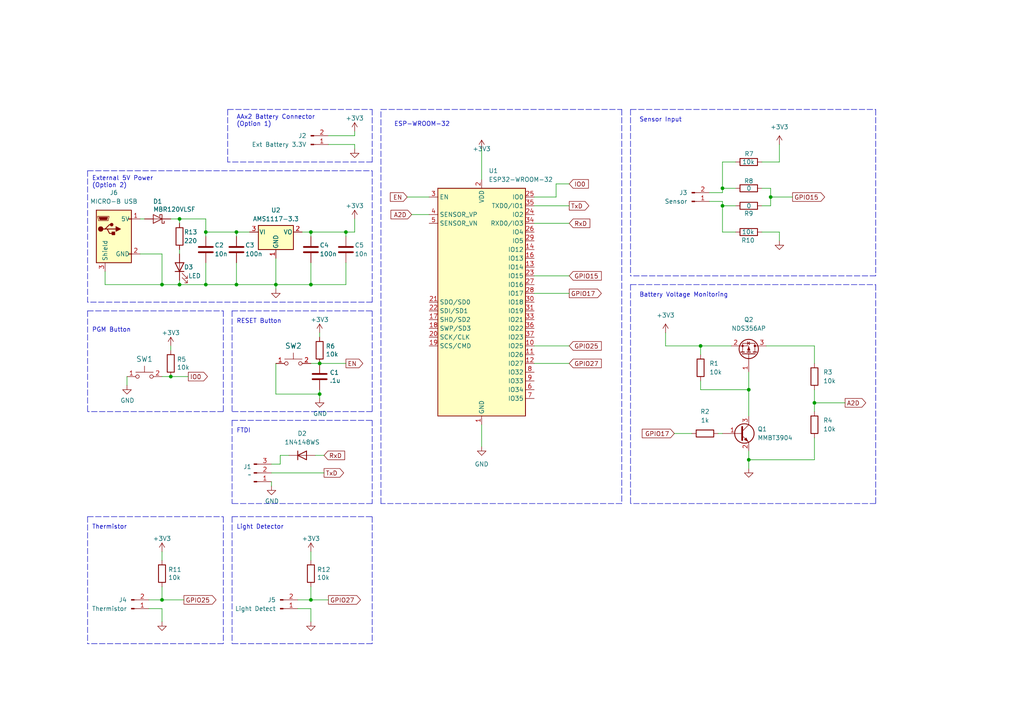
<source format=kicad_sch>
(kicad_sch (version 20211123) (generator eeschema)
  (paper "A4")
  (lib_symbols
    (symbol "Connector:Conn_01x02_Male" (pin_names (offset 1.016) hide)
      (property "Reference" "J" (at 0 2.54 0))
      (property "Value" "Conn_01x02_Male" (at 0 -5.08 0))
      (symbol "Conn_01x02_Male_1_1"
        (polyline (pts (xy 1.27 -2.54) (xy 0.8636 -2.54)) (stroke (width 0.1524)))
        (polyline (pts (xy 1.27 0) (xy 0.8636 0)) (stroke (width 0.1524)))
        (rectangle (start 0.8636 -2.413) (end 0 -2.667) (stroke (width 0.1524)) (fill (type outline)))
        (rectangle (start 0.8636 0.127) (end 0 -0.127) (stroke (width 0.1524)) (fill (type outline)))
        (pin passive line (at 5.08 0 180) (length 3.81) (name "Pin_1") (number "1"))
        (pin passive line (at 5.08 -2.54 180) (length 3.81) (name "Pin_2") (number "2"))
      )
    )
    (symbol "Connector:Conn_01x03_Male" (pin_names (offset 1.016) hide)
      (property "Reference" "J" (at 0 5.08 0))
      (property "Value" "Conn_01x03_Male" (at 0 -5.08 0))
      (symbol "Conn_01x03_Male_1_1"
        (polyline (pts (xy 1.27 -2.54) (xy 0.8636 -2.54)) (stroke (width 0.1524)))
        (polyline (pts (xy 1.27 0) (xy 0.8636 0)) (stroke (width 0.1524)))
        (polyline (pts (xy 1.27 2.54) (xy 0.8636 2.54)) (stroke (width 0.1524)))
        (rectangle (start 0.8636 -2.413) (end 0 -2.667) (stroke (width 0.1524)) (fill (type outline)))
        (rectangle (start 0.8636 0.127) (end 0 -0.127) (stroke (width 0.1524)) (fill (type outline)))
        (rectangle (start 0.8636 2.667) (end 0 2.413) (stroke (width 0.1524)) (fill (type outline)))
        (pin passive line (at 5.08 2.54 180) (length 3.81) (name "Pin_1") (number "1"))
        (pin passive line (at 5.08 0 180) (length 3.81) (name "Pin_2") (number "2"))
        (pin passive line (at 5.08 -2.54 180) (length 3.81) (name "Pin_3") (number "3"))
      )
    )
    (symbol "Device:C" (pin_numbers hide) (pin_names (offset 0.254))
      (property "Reference" "C" (at 0.635 2.54 0))
      (property "Value" "C" (at 0.635 -2.54 0))
      (symbol "C_0_1"
        (polyline (pts (xy -2.032 -0.762) (xy 2.032 -0.762)) (stroke (width 0.508)))
        (polyline (pts (xy -2.032 0.762) (xy 2.032 0.762)) (stroke (width 0.508)))
      )
      (symbol "C_1_1"
        (pin passive line (at 0 3.81 270) (length 2.794) (name "~") (number "1"))
        (pin passive line (at 0 -3.81 90) (length 2.794) (name "~") (number "2"))
      )
    )
    (symbol "Device:LED" (pin_numbers hide) (pin_names (offset 1.016) hide)
      (property "Reference" "D" (at 0 2.54 0))
      (property "Value" "LED" (at 0 -2.54 0))
      (symbol "LED_0_1"
        (polyline (pts (xy -1.27 -1.27) (xy -1.27 1.27)) (stroke (width 0.254)))
        (polyline (pts (xy -1.27 0) (xy 1.27 0)))
        (polyline (pts (xy 1.27 -1.27) (xy 1.27 1.27) (xy -1.27 0) (xy 1.27 -1.27)) (stroke (width 0.254)))
        (polyline (pts (xy -3.048 -0.762) (xy -4.572 -2.286) (xy -3.81 -2.286) (xy -4.572 -2.286) (xy -4.572 -1.524)))
        (polyline (pts (xy -1.778 -0.762) (xy -3.302 -2.286) (xy -2.54 -2.286) (xy -3.302 -2.286) (xy -3.302 -1.524)))
      )
      (symbol "LED_1_1"
        (pin passive line (at -3.81 0 0) (length 2.54) (name "K") (number "1"))
        (pin passive line (at 3.81 0 180) (length 2.54) (name "A") (number "2"))
      )
    )
    (symbol "Device:R" (pin_numbers hide) (pin_names (offset 0))
      (property "Reference" "R" (at 2.032 0 90))
      (property "Value" "R" (at 0 0 90))
      (symbol "R_0_1"
        (rectangle (start -1.016 -2.54) (end 1.016 2.54) (stroke (width 0.254)))
      )
      (symbol "R_1_1"
        (pin passive line (at 0 3.81 270) (length 1.27) (name "~") (number "1"))
        (pin passive line (at 0 -3.81 90) (length 1.27) (name "~") (number "2"))
      )
    )
    (symbol "Diode:1N4148WS" (pin_numbers hide) (pin_names (offset 1.016) hide)
      (property "Reference" "D" (at 0 2.54 0))
      (property "Value" "1N4148WS" (at 0 -2.54 0))
      (symbol "1N4148WS_0_1"
        (polyline (pts (xy -1.27 1.27) (xy -1.27 -1.27)) (stroke (width 0.254)))
        (polyline (pts (xy 1.27 0) (xy -1.27 0)))
        (polyline (pts (xy 1.27 1.27) (xy 1.27 -1.27) (xy -1.27 0) (xy 1.27 1.27)) (stroke (width 0.254)))
      )
      (symbol "1N4148WS_1_1"
        (pin passive line (at -3.81 0 0) (length 2.54) (name "K") (number "1"))
        (pin passive line (at 3.81 0 180) (length 2.54) (name "A") (number "2"))
      )
    )
    (symbol "Diode:MBR1020VL" (pin_numbers hide) (pin_names hide)
      (property "Reference" "D" (at 0 2.54 0))
      (property "Value" "MBR1020VL" (at 0 -2.54 0))
      (symbol "MBR1020VL_0_1"
        (polyline (pts (xy 1.27 0) (xy -1.27 0)))
        (polyline (pts (xy 1.27 1.27) (xy 1.27 -1.27) (xy -1.27 0) (xy 1.27 1.27)) (stroke (width 0.2032)))
        (polyline (pts (xy -1.905 0.635) (xy -1.905 1.27) (xy -1.27 1.27) (xy -1.27 -1.27) (xy -0.635 -1.27) (xy -0.635 -0.635)) (stroke (width 0.2032)))
      )
      (symbol "MBR1020VL_1_1"
        (pin passive line (at -3.81 0 0) (length 2.54) (name "K") (number "1"))
        (pin passive line (at 3.81 0 180) (length 2.54) (name "A") (number "2"))
      )
    )
    (symbol "ESP32 Sensing:MICRO-B_USB_POWER"
      (property "Reference" "J" (at 0 11.43 0))
      (property "Value" "MICRO-B_USB_POWER" (at 1.27 -10.16 0))
      (symbol "MICRO-B_USB_POWER_0_1"
        (rectangle (start -5.08 -6.35) (end 5.08 8.89) (stroke (width 0.254)) (fill (type background)))
        (circle (center -3.81 3.429) (radius 0.635) (stroke (width 0.254)) (fill (type outline)))
        (circle (center -0.635 4.699) (radius 0.381) (stroke (width 0.254)) (fill (type outline)))
        (polyline (pts (xy -1.905 3.429) (xy 0.635 3.429)) (stroke (width 0.254)))
        (polyline (pts (xy -3.175 3.429) (xy -2.54 3.429) (xy -1.27 4.699) (xy -0.635 4.699)) (stroke (width 0.254)))
        (polyline (pts (xy -2.54 3.429) (xy -1.905 3.429) (xy -1.27 2.159) (xy 0 2.159)) (stroke (width 0.254)))
        (polyline (pts (xy 0.635 4.064) (xy 0.635 2.794) (xy 1.905 3.429) (xy 0.635 4.064)) (stroke (width 0.254)) (fill (type outline)))
        (polyline (pts (xy -4.318 6.858) (xy -1.778 6.858) (xy -2.032 6.096) (xy -4.064 6.096) (xy -4.318 6.858)) (fill (type outline)))
        (polyline (pts (xy -4.699 7.112) (xy -4.699 6.858) (xy -4.445 6.096) (xy -4.445 5.842) (xy -1.651 5.842) (xy -1.651 6.096) (xy -1.397 6.858) (xy -1.397 7.112) (xy -4.699 7.112)))
        (rectangle (start 0.254 2.54) (end -0.508 1.778) (stroke (width 0.254)) (fill (type outline)))
        (rectangle (start 5.08 -3.937) (end 4.318 -3.683))
        (rectangle (start 5.08 6.223) (end 4.318 6.477))
      )
      (symbol "MICRO-B_USB_POWER_1_1"
        (pin power_out line (at 7.62 6.35 180) (length 2.54) (name "5V") (number "1"))
        (pin power_out line (at 7.62 -3.81 180) (length 2.54) (name "GND") (number "2"))
        (pin passive line (at -2.54 -8.89 90) (length 2.54) (name "Shield") (number "3"))
      )
    )
    (symbol "ESP32 Sensing:PTS526_SK15_SMTR2_LFS" (pin_names (offset 0.254))
      (property "Reference" "SW" (at 0 7.62 0))
      (property "Value" "PTS526_SK15_SMTR2_LFS" (at 1.27 5.08 0))
      (symbol "PTS526_SK15_SMTR2_LFS_0_1"
        (circle (center -2.032 0) (radius 0.508))
        (polyline (pts (xy 0 1.27) (xy 0 3.048)))
        (polyline (pts (xy 2.54 1.27) (xy -2.54 1.27)))
        (circle (center 2.032 0) (radius 0.508))
        (pin passive line (at -5.08 0 0) (length 2.54) (name "") (number "1"))
        (pin passive line (at 5.08 0 180) (length 2.54) (name "") (number "2"))
      )
    )
    (symbol "RF_Module:ESP32-WROOM-32"
      (property "Reference" "U" (at -12.7 34.29 0))
      (property "Value" "ESP32-WROOM-32" (at 1.27 34.29 0))
      (symbol "ESP32-WROOM-32_0_1"
        (rectangle (start -12.7 33.02) (end 12.7 -33.02) (stroke (width 0.254)) (fill (type background)))
      )
      (symbol "ESP32-WROOM-32_1_1"
        (pin power_in line (at 0 -35.56 90) (length 2.54) (name "GND") (number "1"))
        (pin bidirectional line (at 15.24 -12.7 180) (length 2.54) (name "IO25") (number "10"))
        (pin bidirectional line (at 15.24 -15.24 180) (length 2.54) (name "IO26") (number "11"))
        (pin bidirectional line (at 15.24 -17.78 180) (length 2.54) (name "IO27") (number "12"))
        (pin bidirectional line (at 15.24 10.16 180) (length 2.54) (name "IO14") (number "13"))
        (pin bidirectional line (at 15.24 15.24 180) (length 2.54) (name "IO12") (number "14"))
        (pin passive line (at 0 -35.56 90) (length 2.54) hide (name "GND") (number "15"))
        (pin bidirectional line (at 15.24 12.7 180) (length 2.54) (name "IO13") (number "16"))
        (pin bidirectional line (at -15.24 -5.08 0) (length 2.54) (name "SHD/SD2") (number "17"))
        (pin bidirectional line (at -15.24 -7.62 0) (length 2.54) (name "SWP/SD3") (number "18"))
        (pin bidirectional line (at -15.24 -12.7 0) (length 2.54) (name "SCS/CMD") (number "19"))
        (pin power_in line (at 0 35.56 270) (length 2.54) (name "VDD") (number "2"))
        (pin bidirectional line (at -15.24 -10.16 0) (length 2.54) (name "SCK/CLK") (number "20"))
        (pin bidirectional line (at -15.24 0 0) (length 2.54) (name "SDO/SD0") (number "21"))
        (pin bidirectional line (at -15.24 -2.54 0) (length 2.54) (name "SDI/SD1") (number "22"))
        (pin bidirectional line (at 15.24 7.62 180) (length 2.54) (name "IO15") (number "23"))
        (pin bidirectional line (at 15.24 25.4 180) (length 2.54) (name "IO2") (number "24"))
        (pin bidirectional line (at 15.24 30.48 180) (length 2.54) (name "IO0") (number "25"))
        (pin bidirectional line (at 15.24 20.32 180) (length 2.54) (name "IO4") (number "26"))
        (pin bidirectional line (at 15.24 5.08 180) (length 2.54) (name "IO16") (number "27"))
        (pin bidirectional line (at 15.24 2.54 180) (length 2.54) (name "IO17") (number "28"))
        (pin bidirectional line (at 15.24 17.78 180) (length 2.54) (name "IO5") (number "29"))
        (pin input line (at -15.24 30.48 0) (length 2.54) (name "EN") (number "3"))
        (pin bidirectional line (at 15.24 0 180) (length 2.54) (name "IO18") (number "30"))
        (pin bidirectional line (at 15.24 -2.54 180) (length 2.54) (name "IO19") (number "31"))
        (pin no_connect line (at -12.7 -27.94 0) (length 2.54) hide (name "NC") (number "32"))
        (pin bidirectional line (at 15.24 -5.08 180) (length 2.54) (name "IO21") (number "33"))
        (pin bidirectional line (at 15.24 22.86 180) (length 2.54) (name "RXD0/IO3") (number "34"))
        (pin bidirectional line (at 15.24 27.94 180) (length 2.54) (name "TXD0/IO1") (number "35"))
        (pin bidirectional line (at 15.24 -7.62 180) (length 2.54) (name "IO22") (number "36"))
        (pin bidirectional line (at 15.24 -10.16 180) (length 2.54) (name "IO23") (number "37"))
        (pin passive line (at 0 -35.56 90) (length 2.54) hide (name "GND") (number "38"))
        (pin passive line (at 0 -35.56 90) (length 2.54) hide (name "GND") (number "39"))
        (pin input line (at -15.24 25.4 0) (length 2.54) (name "SENSOR_VP") (number "4"))
        (pin input line (at -15.24 22.86 0) (length 2.54) (name "SENSOR_VN") (number "5"))
        (pin input line (at 15.24 -25.4 180) (length 2.54) (name "IO34") (number "6"))
        (pin input line (at 15.24 -27.94 180) (length 2.54) (name "IO35") (number "7"))
        (pin bidirectional line (at 15.24 -20.32 180) (length 2.54) (name "IO32") (number "8"))
        (pin bidirectional line (at 15.24 -22.86 180) (length 2.54) (name "IO33") (number "9"))
      )
    )
    (symbol "Regulator_Linear:AMS1117-3.3" (pin_names (offset 0.254))
      (property "Reference" "U" (at -3.81 3.175 0))
      (property "Value" "AMS1117-3.3" (at 0 3.175 0))
      (symbol "AMS1117-3.3_0_1"
        (rectangle (start -5.08 -5.08) (end 5.08 1.905) (stroke (width 0.254)) (fill (type background)))
      )
      (symbol "AMS1117-3.3_1_1"
        (pin power_in line (at 0 -7.62 90) (length 2.54) (name "GND") (number "1"))
        (pin power_out line (at 7.62 0 180) (length 2.54) (name "VO") (number "2"))
        (pin power_in line (at -7.62 0 0) (length 2.54) (name "VI") (number "3"))
      )
    )
    (symbol "Transistor_BJT:MMBT3904" (pin_names (offset 0) hide)
      (property "Reference" "Q" (at 5.08 1.905 0))
      (property "Value" "MMBT3904" (at 5.08 0 0))
      (symbol "MMBT3904_0_1"
        (polyline (pts (xy 0.635 0.635) (xy 2.54 2.54)))
        (polyline (pts (xy 0.635 -0.635) (xy 2.54 -2.54) (xy 2.54 -2.54)))
        (polyline (pts (xy 0.635 1.905) (xy 0.635 -1.905) (xy 0.635 -1.905)) (stroke (width 0.508)))
        (polyline (pts (xy 1.27 -1.778) (xy 1.778 -1.27) (xy 2.286 -2.286) (xy 1.27 -1.778) (xy 1.27 -1.778)) (fill (type outline)))
        (circle (center 1.27 0) (radius 2.8194) (stroke (width 0.254)))
      )
      (symbol "MMBT3904_1_1"
        (pin input line (at -5.08 0 0) (length 5.715) (name "B") (number "1"))
        (pin passive line (at 2.54 -5.08 90) (length 2.54) (name "E") (number "2"))
        (pin passive line (at 2.54 5.08 270) (length 2.54) (name "C") (number "3"))
      )
    )
    (symbol "Transistor_FET:BSS84" (pin_names hide)
      (property "Reference" "Q" (at 5.08 1.905 0))
      (property "Value" "BSS84" (at 5.08 0 0))
      (symbol "BSS84_0_1"
        (polyline (pts (xy 0.254 0) (xy -2.54 0)))
        (polyline (pts (xy 0.254 1.905) (xy 0.254 -1.905)) (stroke (width 0.254)))
        (polyline (pts (xy 0.762 -1.27) (xy 0.762 -2.286)) (stroke (width 0.254)))
        (polyline (pts (xy 0.762 0.508) (xy 0.762 -0.508)) (stroke (width 0.254)))
        (polyline (pts (xy 0.762 2.286) (xy 0.762 1.27)) (stroke (width 0.254)))
        (polyline (pts (xy 2.54 2.54) (xy 2.54 1.778)))
        (polyline (pts (xy 2.54 -2.54) (xy 2.54 0) (xy 0.762 0)))
        (polyline (pts (xy 0.762 1.778) (xy 3.302 1.778) (xy 3.302 -1.778) (xy 0.762 -1.778)))
        (polyline (pts (xy 2.286 0) (xy 1.27 0.381) (xy 1.27 -0.381) (xy 2.286 0)) (fill (type outline)))
        (polyline (pts (xy 2.794 -0.508) (xy 2.921 -0.381) (xy 3.683 -0.381) (xy 3.81 -0.254)))
        (polyline (pts (xy 3.302 -0.381) (xy 2.921 0.254) (xy 3.683 0.254) (xy 3.302 -0.381)))
        (circle (center 1.651 0) (radius 2.794) (stroke (width 0.254)))
        (circle (center 2.54 -1.778) (radius 0.254) (fill (type outline)))
        (circle (center 2.54 1.778) (radius 0.254) (fill (type outline)))
      )
      (symbol "BSS84_1_1"
        (pin input line (at -5.08 0 0) (length 2.54) (name "G") (number "1"))
        (pin passive line (at 2.54 -5.08 90) (length 2.54) (name "S") (number "2"))
        (pin passive line (at 2.54 5.08 270) (length 2.54) (name "D") (number "3"))
      )
    )
    (symbol "power:+3.3V" (power) (pin_names (offset 0))
      (property "Value" "+3.3V" (at 0 3.556 0))
      (symbol "+3.3V_0_1"
        (polyline (pts (xy -0.762 1.27) (xy 0 2.54)))
        (polyline (pts (xy 0 0) (xy 0 2.54)))
        (polyline (pts (xy 0 2.54) (xy 0.762 1.27)))
      )
      (symbol "+3.3V_1_1"
        (pin power_in line (at 0 0 90) (length 0) hide (name "+3V3") (number "1"))
      )
    )
    (symbol "power:GND" (power) (pin_names (offset 0))
      (property "Value" "GND" (at 0 -3.81 0))
      (symbol "GND_0_1"
        (polyline (pts (xy 0 0) (xy 0 -1.27) (xy 1.27 -1.27) (xy 0 -2.54) (xy -1.27 -1.27) (xy 0 -1.27)))
      )
      (symbol "GND_1_1"
        (pin power_in line (at 0 0 270) (length 0) hide (name "GND") (number "1"))
      )
    )
  )
  (junction (at 49.53 109.22))
  (junction (at 92.71 114.3))
  (junction (at 80.01 82.55))
  (junction (at 217.17 133.35))
  (junction (at 100.33 67.31))
  (junction (at 68.58 67.31))
  (junction (at 90.17 67.31))
  (junction (at 92.71 105.41))
  (junction (at 90.17 173.99))
  (junction (at 46.99 82.55))
  (junction (at 52.07 82.55))
  (junction (at 236.22 116.84))
  (junction (at 217.17 113.03))
  (junction (at 68.58 82.55))
  (junction (at 203.2 100.33))
  (junction (at 52.07 63.5))
  (junction (at 46.99 173.99))
  (junction (at 209.55 54.61))
  (junction (at 59.69 67.31))
  (junction (at 90.17 82.55))
  (junction (at 59.69 82.55))
  (junction (at 209.55 59.69))
  (junction (at 223.52 57.15))
  (wire (pts (xy 209.55 58.42) (xy 209.55 59.69)))
  (wire (pts (xy 46.99 173.99) (xy 53.34 173.99)))
  (wire (pts (xy 30.48 82.55) (xy 46.99 82.55)))
  (wire (pts (xy 36.83 109.22) (xy 36.83 111.76)))
  (polyline (pts (xy 182.88 82.55) (xy 254 82.55)))
  (wire (pts (xy 86.36 173.99) (xy 90.17 173.99)))
  (wire (pts (xy 154.94 64.77) (xy 165.1 64.77)))
  (polyline (pts (xy 64.77 149.86) (xy 64.77 186.69)))
  (wire (pts (xy 68.58 76.2) (xy 68.58 82.55)))
  (wire (pts (xy 223.52 54.61) (xy 223.52 57.15)))
  (polyline (pts (xy 254 82.55) (xy 254 146.05)))
  (wire (pts (xy 195.58 125.73) (xy 200.66 125.73)))
  (wire (pts (xy 68.58 67.31) (xy 68.58 68.58)))
  (wire (pts (xy 154.94 85.09) (xy 165.1 85.09)))
  (wire (pts (xy 154.94 80.01) (xy 165.1 80.01)))
  (polyline (pts (xy 25.4 149.86) (xy 64.77 149.86)))
  (wire (pts (xy 95.25 41.91) (xy 102.87 41.91)))
  (wire (pts (xy 49.53 63.5) (xy 52.07 63.5)))
  (wire (pts (xy 90.17 170.18) (xy 90.17 173.99)))
  (polyline (pts (xy 107.95 90.17) (xy 107.95 119.38)))
  (wire (pts (xy 68.58 82.55) (xy 80.01 82.55)))
  (wire (pts (xy 217.17 107.95) (xy 217.17 113.03)))
  (wire (pts (xy 102.87 39.37) (xy 102.87 38.1)))
  (wire (pts (xy 95.25 39.37) (xy 102.87 39.37)))
  (polyline (pts (xy 107.95 49.53) (xy 107.95 87.63)))
  (wire (pts (xy 203.2 100.33) (xy 212.09 100.33)))
  (polyline (pts (xy 182.88 31.75) (xy 254 31.75)))
  (wire (pts (xy 209.55 67.31) (xy 209.55 59.69)))
  (wire (pts (xy 90.17 176.53) (xy 90.17 180.34)))
  (wire (pts (xy 46.99 73.66) (xy 46.99 82.55)))
  (wire (pts (xy 154.94 105.41) (xy 165.1 105.41)))
  (wire (pts (xy 236.22 113.03) (xy 236.22 116.84)))
  (wire (pts (xy 80.01 114.3) (xy 92.71 114.3)))
  (wire (pts (xy 80.01 74.93) (xy 80.01 82.55)))
  (wire (pts (xy 46.99 109.22) (xy 49.53 109.22)))
  (wire (pts (xy 209.55 55.88) (xy 209.55 54.61)))
  (polyline (pts (xy 67.31 121.92) (xy 67.31 146.05)))
  (polyline (pts (xy 107.95 46.99) (xy 66.04 46.99)))
  (wire (pts (xy 139.7 43.18) (xy 139.7 52.07)))
  (wire (pts (xy 52.07 72.39) (xy 52.07 73.66)))
  (wire (pts (xy 161.29 53.34) (xy 165.1 53.34)))
  (wire (pts (xy 59.69 63.5) (xy 59.69 67.31)))
  (wire (pts (xy 46.99 160.02) (xy 46.99 162.56)))
  (wire (pts (xy 223.52 57.15) (xy 229.87 57.15)))
  (wire (pts (xy 226.06 41.91) (xy 226.06 46.99)))
  (wire (pts (xy 90.17 67.31) (xy 90.17 68.58)))
  (wire (pts (xy 40.64 63.5) (xy 41.91 63.5)))
  (wire (pts (xy 52.07 63.5) (xy 59.69 63.5)))
  (wire (pts (xy 222.25 100.33) (xy 236.22 100.33)))
  (wire (pts (xy 205.74 55.88) (xy 209.55 55.88)))
  (wire (pts (xy 80.01 83.82) (xy 80.01 82.55)))
  (polyline (pts (xy 64.77 119.38) (xy 25.4 119.38)))
  (wire (pts (xy 92.71 113.03) (xy 92.71 114.3)))
  (wire (pts (xy 217.17 133.35) (xy 236.22 133.35)))
  (wire (pts (xy 193.04 96.52) (xy 193.04 100.33)))
  (wire (pts (xy 46.99 82.55) (xy 52.07 82.55)))
  (wire (pts (xy 80.01 82.55) (xy 90.17 82.55)))
  (polyline (pts (xy 66.04 31.75) (xy 66.04 46.99)))
  (wire (pts (xy 92.71 96.52) (xy 92.71 97.79)))
  (wire (pts (xy 226.06 67.31) (xy 226.06 69.85)))
  (wire (pts (xy 81.28 132.08) (xy 81.28 134.62)))
  (wire (pts (xy 83.82 132.08) (xy 81.28 132.08)))
  (wire (pts (xy 52.07 64.77) (xy 52.07 63.5)))
  (wire (pts (xy 49.53 100.33) (xy 49.53 101.6)))
  (wire (pts (xy 220.98 46.99) (xy 226.06 46.99)))
  (polyline (pts (xy 107.95 149.86) (xy 107.95 186.69)))
  (wire (pts (xy 30.48 82.55) (xy 30.48 78.74)))
  (wire (pts (xy 119.38 62.23) (xy 124.46 62.23)))
  (wire (pts (xy 223.52 59.69) (xy 223.52 57.15)))
  (polyline (pts (xy 107.95 146.05) (xy 67.31 146.05)))
  (polyline (pts (xy 67.31 90.17) (xy 107.95 90.17)))
  (polyline (pts (xy 254 80.01) (xy 182.88 80.01)))
  (polyline (pts (xy 254 31.75) (xy 254 80.01)))
  (polyline (pts (xy 180.34 146.05) (xy 110.49 146.05)))
  (wire (pts (xy 205.74 58.42) (xy 209.55 58.42)))
  (polyline (pts (xy 180.34 31.75) (xy 180.34 146.05)))
  (wire (pts (xy 217.17 130.81) (xy 217.17 133.35)))
  (polyline (pts (xy 182.88 31.75) (xy 182.88 80.01)))
  (polyline (pts (xy 254 146.05) (xy 182.88 146.05)))
  (polyline (pts (xy 107.95 87.63) (xy 25.4 87.63)))
  (wire (pts (xy 90.17 67.31) (xy 100.33 67.31)))
  (polyline (pts (xy 107.95 121.92) (xy 107.95 146.05)))
  (wire (pts (xy 80.01 105.41) (xy 80.01 114.3)))
  (wire (pts (xy 59.69 67.31) (xy 59.69 68.58)))
  (polyline (pts (xy 25.4 90.17) (xy 64.77 90.17)))
  (wire (pts (xy 46.99 170.18) (xy 46.99 173.99)))
  (wire (pts (xy 208.28 125.73) (xy 209.55 125.73)))
  (wire (pts (xy 68.58 67.31) (xy 72.39 67.31)))
  (wire (pts (xy 161.29 57.15) (xy 161.29 53.34)))
  (polyline (pts (xy 67.31 149.86) (xy 107.95 149.86)))
  (wire (pts (xy 91.44 132.08) (xy 93.98 132.08)))
  (wire (pts (xy 100.33 105.41) (xy 92.71 105.41)))
  (polyline (pts (xy 107.95 119.38) (xy 67.31 119.38)))
  (wire (pts (xy 40.64 73.66) (xy 46.99 73.66)))
  (wire (pts (xy 59.69 76.2) (xy 59.69 82.55)))
  (polyline (pts (xy 25.4 90.17) (xy 25.4 119.38)))
  (wire (pts (xy 90.17 76.2) (xy 90.17 82.55)))
  (wire (pts (xy 203.2 113.03) (xy 203.2 110.49)))
  (wire (pts (xy 236.22 100.33) (xy 236.22 105.41)))
  (wire (pts (xy 59.69 67.31) (xy 68.58 67.31)))
  (wire (pts (xy 86.36 176.53) (xy 90.17 176.53)))
  (wire (pts (xy 193.04 100.33) (xy 203.2 100.33)))
  (wire (pts (xy 220.98 54.61) (xy 223.52 54.61)))
  (wire (pts (xy 154.94 59.69) (xy 165.1 59.69)))
  (wire (pts (xy 154.94 57.15) (xy 161.29 57.15)))
  (wire (pts (xy 209.55 54.61) (xy 213.36 54.61)))
  (wire (pts (xy 220.98 67.31) (xy 226.06 67.31)))
  (wire (pts (xy 236.22 116.84) (xy 245.11 116.84)))
  (wire (pts (xy 236.22 116.84) (xy 236.22 119.38)))
  (wire (pts (xy 92.71 114.3) (xy 92.71 115.57)))
  (wire (pts (xy 213.36 67.31) (xy 209.55 67.31)))
  (polyline (pts (xy 182.88 82.55) (xy 182.88 146.05)))
  (polyline (pts (xy 64.77 186.69) (xy 25.4 186.69)))
  (wire (pts (xy 118.11 57.15) (xy 124.46 57.15)))
  (wire (pts (xy 154.94 100.33) (xy 165.1 100.33)))
  (wire (pts (xy 209.55 59.69) (xy 213.36 59.69)))
  (wire (pts (xy 90.17 82.55) (xy 100.33 82.55)))
  (wire (pts (xy 78.74 137.16) (xy 93.98 137.16)))
  (wire (pts (xy 213.36 46.99) (xy 209.55 46.99)))
  (wire (pts (xy 90.17 160.02) (xy 90.17 162.56)))
  (polyline (pts (xy 67.31 121.92) (xy 107.95 121.92)))
  (wire (pts (xy 139.7 123.19) (xy 139.7 129.54)))
  (wire (pts (xy 217.17 113.03) (xy 217.17 120.65)))
  (wire (pts (xy 81.28 134.62) (xy 78.74 134.62)))
  (polyline (pts (xy 64.77 90.17) (xy 64.77 119.38)))
  (wire (pts (xy 100.33 82.55) (xy 100.33 76.2)))
  (wire (pts (xy 203.2 100.33) (xy 203.2 102.87)))
  (wire (pts (xy 203.2 113.03) (xy 217.17 113.03)))
  (wire (pts (xy 90.17 173.99) (xy 95.25 173.99)))
  (wire (pts (xy 52.07 82.55) (xy 59.69 82.55)))
  (wire (pts (xy 78.74 139.7) (xy 78.74 140.97)))
  (wire (pts (xy 52.07 82.55) (xy 52.07 81.28)))
  (polyline (pts (xy 25.4 49.53) (xy 107.95 49.53)))
  (wire (pts (xy 87.63 67.31) (xy 90.17 67.31)))
  (wire (pts (xy 102.87 41.91) (xy 102.87 43.18)))
  (wire (pts (xy 46.99 176.53) (xy 46.99 180.34)))
  (wire (pts (xy 43.18 173.99) (xy 46.99 173.99)))
  (polyline (pts (xy 25.4 149.86) (xy 25.4 186.69)))
  (polyline (pts (xy 25.4 49.53) (xy 25.4 87.63)))
  (wire (pts (xy 217.17 133.35) (xy 217.17 135.89)))
  (wire (pts (xy 220.98 59.69) (xy 223.52 59.69)))
  (polyline (pts (xy 110.49 146.05) (xy 110.49 31.75)))
  (wire (pts (xy 59.69 82.55) (xy 68.58 82.55)))
  (polyline (pts (xy 66.04 31.75) (xy 107.95 31.75)))
  (wire (pts (xy 43.18 176.53) (xy 46.99 176.53)))
  (polyline (pts (xy 107.95 31.75) (xy 107.95 46.99)))
  (wire (pts (xy 100.33 67.31) (xy 100.33 68.58)))
  (wire (pts (xy 236.22 127) (xy 236.22 133.35)))
  (wire (pts (xy 90.17 105.41) (xy 92.71 105.41)))
  (polyline (pts (xy 67.31 90.17) (xy 67.31 119.38)))
  (polyline (pts (xy 67.31 149.86) (xy 67.31 186.69)))
  (polyline (pts (xy 110.49 31.75) (xy 180.34 31.75)))
  (wire (pts (xy 49.53 109.22) (xy 54.61 109.22)))
  (polyline (pts (xy 107.95 186.69) (xy 67.31 186.69)))
  (wire (pts (xy 209.55 46.99) (xy 209.55 54.61)))
  (wire (pts (xy 100.33 67.31) (xy 102.87 67.31)))
  (wire (pts (xy 102.87 63.5) (xy 102.87 67.31)))
  (text "Thermistor" (at 26.67 153.67 0) (effects (font (size 1.27 1.27)) (justify left bottom)))
  (text "Battery Voltage Monitoring" (at 185.42 86.36 0) (effects (font (size 1.27 1.27)) (justify left bottom)))
  (text "ESP-WROOM-32" (at 114.3 36.83 0) (effects (font (size 1.27 1.27)) (justify left bottom)))
  (text "Sensor Input" (at 185.42 35.56 0) (effects (font (size 1.27 1.27)) (justify left bottom)))
  (text "RESET Button" (at 68.58 93.98 0) (effects (font (size 1.27 1.27)) (justify left bottom)))
  (text "AAx2 Battery Connector\n(Option 1)" (at 68.58 36.83 0) (effects (font (size 1.27 1.27)) (justify left bottom)))
  (text "FTDI" (at 68.58 125.73 0) (effects (font (size 1.27 1.27)) (justify left bottom)))
  (text "PGM Button" (at 26.67 96.52 0) (effects (font (size 1.27 1.27)) (justify left bottom)))
  (text "Light Detector" (at 68.58 153.67 0) (effects (font (size 1.27 1.27)) (justify left bottom)))
  (text "External 5V Power\n(Option 2)" (at 26.67 54.61 0) (effects (font (size 1.27 1.27)) (justify left bottom)))
  (global_label "GPIO27" (shape input) (at 165.1 105.41 0) (property "Intersheet References" "${INTERSHEET_REFS}" (effects hide)))
  (global_label "IO0" (shape output) (at 54.61 109.22 0) (property "Intersheet References" "${INTERSHEET_REFS}" (effects hide)))
  (global_label "EN" (shape input) (at 118.11 57.15 180) (property "Intersheet References" "${INTERSHEET_REFS}" (effects hide)))
  (global_label "GPIO25" (shape input) (at 165.1 100.33 0) (property "Intersheet References" "${INTERSHEET_REFS}" (effects hide)))
  (global_label "IO0" (shape input) (at 165.1 53.34 0) (property "Intersheet References" "${INTERSHEET_REFS}" (effects hide)))
  (global_label "GPIO25" (shape output) (at 53.34 173.99 0) (property "Intersheet References" "${INTERSHEET_REFS}" (effects hide)))
  (global_label "A2D" (shape output) (at 245.11 116.84 0) (property "Intersheet References" "${INTERSHEET_REFS}" (effects hide)))
  (global_label "EN" (shape output) (at 100.33 105.41 0) (property "Intersheet References" "${INTERSHEET_REFS}" (effects hide)))
  (global_label "A2D" (shape input) (at 119.38 62.23 180) (property "Intersheet References" "${INTERSHEET_REFS}" (effects hide)))
  (global_label "GPIO15" (shape output) (at 229.87 57.15 0) (property "Intersheet References" "${INTERSHEET_REFS}" (effects hide)))
  (global_label "RxD" (shape input) (at 93.98 132.08 0) (property "Intersheet References" "${INTERSHEET_REFS}" (effects hide)))
  (global_label "GPIO15" (shape input) (at 165.1 80.01 0) (property "Intersheet References" "${INTERSHEET_REFS}" (effects hide)))
  (global_label "GPIO17" (shape input) (at 195.58 125.73 180) (property "Intersheet References" "${INTERSHEET_REFS}" (effects hide)))
  (global_label "TxD" (shape output) (at 165.1 59.69 0) (property "Intersheet References" "${INTERSHEET_REFS}" (effects hide)))
  (global_label "GPIO27" (shape output) (at 95.25 173.99 0) (property "Intersheet References" "${INTERSHEET_REFS}" (effects hide)))
  (global_label "GPIO17" (shape output) (at 165.1 85.09 0) (property "Intersheet References" "${INTERSHEET_REFS}" (effects hide)))
  (global_label "TxD" (shape output) (at 93.98 137.16 0) (property "Intersheet References" "${INTERSHEET_REFS}" (effects hide)))
  (global_label "RxD" (shape input) (at 165.1 64.77 0) (property "Intersheet References" "${INTERSHEET_REFS}" (effects hide)))
  (symbol (lib_id "Device:R") (at 217.17 67.31 90) (unit 1)
    (property "Reference" "R10" (at 218.907 69.7036 90) (effects (justify left)))
    (property "Value" "10k" (at 218.8099 67.2748 90) (effects (justify left)))
    (property "Footprint" "Resistor_SMD:R_0805_2012Metric_Pad1.20x1.40mm_HandSolder" (effects hide))
  )
  (symbol (lib_id "Device:R") (at 90.17 166.37 0) (unit 1)
    (property "Reference" "R12" (at 91.948 165.2016 0) (effects (justify left)))
    (property "Value" "10k" (at 91.948 167.513 0) (effects (justify left)))
    (property "Footprint" "Resistor_SMD:R_0805_2012Metric_Pad1.20x1.40mm_HandSolder" (effects hide))
  )
  (symbol (lib_id "Regulator_Linear:AMS1117-3.3") (at 80.01 67.31 0) (unit 1)
    (property "Reference" "U2" (at 80.01 60.96 0))
    (property "Value" "AMS1117-3.3" (at 80.01 63.5 0))
    (property "Footprint" "Package_TO_SOT_SMD:SOT-223-3_TabPin2" (effects hide))
    (property "Datasheet" "http://www.advanced-monolithic.com/pdf/ds1117.pdf" (effects hide))
  )
  (symbol (lib_id "power:GND") (at 36.83 111.76 0) (unit 1)
    (property "Reference" "#PWR02" (effects hide))
    (property "Value" "~" (at 36.957 116.1542 0))
  )
  (symbol (lib_id "Device:LED") (at 52.07 77.47 90) (unit 1)
    (property "Reference" "D3" (at 53.34 77.47 90) (effects (justify right)))
    (property "Value" "LED" (at 54.61 80.01 90) (effects (justify right)))
    (property "Footprint" "LED_SMD:LED_0805_2012Metric_Pad1.15x1.40mm_HandSolder" (effects hide))
  )
  (symbol (lib_id "ESP32 Sensing:PTS526_SK15_SMTR2_LFS") (at 85.09 105.41 0) (unit 1)
    (property "Reference" "SW2" (at 85.09 100.33 0) (effects (font (size 1.524 1.524))))
    (property "Value" "~" (at 85.09 100.33 0) (effects (font (size 1.524 1.524))))
    (property "Footprint" "ESP32 Sensing:PTS526_SK15_SMTR2_LFS" (effects hide))
  )
  (symbol (lib_id "ESP32 Sensing:MICRO-B_USB_POWER") (at 33.02 69.85 0) (unit 1)
    (property "Reference" "J6" (at 33.02 55.88 0))
    (property "Value" "MICRO-B USB" (at 33.02 58.42 0))
    (property "Footprint" "ESP32 Sensing:MICRO-B_USB_POWER" (effects hide))
  )
  (symbol (lib_id "power:GND") (at 78.74 140.97 0) (unit 1)
    (property "Reference" "#PWR07" (effects hide))
    (property "Value" "~" (at 78.867 145.3642 0))
  )
  (symbol (lib_id "Diode:MBR1020VL") (at 45.72 63.5 180) (unit 1)
    (property "Reference" "D1" (at 45.72 58.42 0))
    (property "Value" "MBR120VLSF" (at 50.56 60.7233 0))
    (property "Footprint" "Diode_SMD:D_SOD-123F" (effects hide))
    (property "Datasheet" "https://www.onsemi.com/pub/Collateral/MBR1020VL-D.PDF" (effects hide))
  )
  (symbol (lib_id "Device:R") (at 236.22 123.19 180) (unit 1)
    (property "Reference" "R4" (at 238.76 121.9199 0) (effects (justify right)))
    (property "Value" "10k" (at 238.76 124.4599 0) (effects (justify right)))
    (property "Footprint" "Resistor_SMD:R_0805_2012Metric_Pad1.20x1.40mm_HandSolder" (effects hide))
  )
  (symbol (lib_id "ESP32 Sensing:PTS526_SK15_SMTR2_LFS") (at 41.91 109.22 0) (unit 1)
    (property "Reference" "SW1" (at 41.91 104.14 0) (effects (font (size 1.524 1.524))))
    (property "Value" "PTS526_SK15_SMTR2_LFS" (effects hide))
    (property "Footprint" "ESP32 Sensing:PTS526_SK15_SMTR2_LFS" (effects hide))
  )
  (symbol (lib_id "Connector:Conn_01x02_Male") (at 200.66 58.42 0) (mirror x) (unit 1)
    (property "Reference" "J3" (at 199.39 55.8799 0) (effects (justify right)))
    (property "Value" "Sensor" (at 199.39 58.4199 0) (effects (justify right)))
    (property "Footprint" "Connector_PinHeader_2.54mm:PinHeader_1x02_P2.54mm_Vertical" (effects hide))
  )
  (symbol (lib_id "Device:C") (at 59.69 72.39 0) (unit 1)
    (property "Reference" "C2" (at 62.23 71.12 0) (effects (justify left)))
    (property "Value" "10n" (at 62.23 73.66 0) (effects (justify left)))
    (property "Footprint" "Capacitor_SMD:C_0805_2012Metric_Pad1.18x1.45mm_HandSolder" (effects hide))
  )
  (symbol (lib_id "power:+3.3V") (at 102.87 63.5 0) (unit 1)
    (property "Reference" "#PWR019" (effects hide))
    (property "Value" "+3.3V" (at 102.87 59.69 0))
  )
  (symbol (lib_id "Device:C") (at 90.17 72.39 0) (unit 1)
    (property "Reference" "C4" (at 92.71 71.12 0) (effects (justify left)))
    (property "Value" "100n" (at 92.71 73.66 0) (effects (justify left)))
    (property "Footprint" "Capacitor_SMD:C_0805_2012Metric_Pad1.18x1.45mm_HandSolder" (effects hide))
  )
  (symbol (lib_id "power:+3.3V") (at 139.7 43.18 0) (unit 1)
    (property "Reference" "#PWR08" (effects hide))
    (property "Value" "+3.3V" (at 139.7 43.18 0))
  )
  (symbol (lib_id "Connector:Conn_01x02_Male") (at 38.1 176.53 0) (mirror x) (unit 1)
    (property "Reference" "J4" (at 36.83 173.9899 0) (effects (justify right)))
    (property "Value" "Thermistor" (at 36.83 176.5299 0) (effects (justify right)))
    (property "Footprint" "Connector_PinHeader_2.54mm:PinHeader_1x02_P2.54mm_Vertical" (effects hide))
  )
  (symbol (lib_id "RF_Module:ESP32-WROOM-32") (at 139.7 87.63 0) (unit 1)
    (property "Reference" "U1" (at 141.7194 49.53 0) (effects (justify left)))
    (property "Value" "ESP32-WROOM-32" (at 141.7194 52.07 0) (effects (justify left)))
    (property "Footprint" "RF_Module:ESP32-WROOM-32" (effects hide))
    (property "Datasheet" "https://www.espressif.com/sites/default/files/documentation/esp32-wroom-32_datasheet_en.pdf" (effects hide))
  )
  (symbol (lib_id "Device:R") (at 46.99 166.37 0) (unit 1)
    (property "Reference" "R11" (at 48.768 165.2016 0) (effects (justify left)))
    (property "Value" "10k" (at 48.768 167.513 0) (effects (justify left)))
    (property "Footprint" "Resistor_SMD:R_0805_2012Metric_Pad1.20x1.40mm_HandSolder" (effects hide))
  )
  (symbol (lib_id "Connector:Conn_01x02_Male") (at 90.17 41.91 0) (mirror x) (unit 1)
    (property "Reference" "J2" (at 88.9 39.3699 0) (effects (justify right)))
    (property "Value" "Ext Battery 3.3V" (at 88.9 41.91 0) (effects (justify right)))
    (property "Footprint" "Connector_PinHeader_2.54mm:PinHeader_1x02_P2.54mm_Vertical" (effects hide))
  )
  (symbol (lib_id "power:GND") (at 102.87 43.18 0) (unit 1)
    (property "Reference" "#PWR011" (effects hide))
    (property "Value" "GND" (effects hide))
  )
  (symbol (lib_id "power:+3.3V") (at 92.71 96.52 0) (unit 1)
    (property "Reference" "#PWR05" (effects hide))
    (property "Value" "+3.3V" (at 92.71 92.71 0))
  )
  (symbol (lib_id "Device:R") (at 217.17 59.69 90) (unit 1)
    (property "Reference" "R9" (at 218.5184 61.9315 90) (effects (justify left)))
    (property "Value" "0" (at 217.9238 59.7278 90) (effects (justify left)))
    (property "Footprint" "Resistor_SMD:R_0805_2012Metric_Pad1.20x1.40mm_HandSolder" (effects hide))
  )
  (symbol (lib_id "Transistor_FET:BSS84") (at 217.17 102.87 270) (mirror x) (unit 1)
    (property "Reference" "Q2" (at 217.17 92.71 90))
    (property "Value" "NDS356AP" (at 217.17 95.25 90))
    (property "Footprint" "Package_TO_SOT_SMD:SOT-23" (effects hide))
    (property "Datasheet" "http://assets.nexperia.com/documents/data-sheet/BSS84.pdf" (effects hide))
  )
  (symbol (lib_id "power:GND") (at 226.06 69.85 0) (unit 1)
    (property "Reference" "#PWR013" (effects hide))
    (property "Value" "GND" (effects hide))
  )
  (symbol (lib_id "Device:R") (at 236.22 109.22 180) (unit 1)
    (property "Reference" "R3" (at 238.76 107.9499 0) (effects (justify right)))
    (property "Value" "10k" (at 238.76 110.4899 0) (effects (justify right)))
    (property "Footprint" "Resistor_SMD:R_0805_2012Metric_Pad1.20x1.40mm_HandSolder" (effects hide))
  )
  (symbol (lib_id "Device:R") (at 203.2 106.68 0) (unit 1)
    (property "Reference" "R1" (at 205.74 105.4099 0) (effects (justify left)))
    (property "Value" "10k" (at 205.74 107.9499 0) (effects (justify left)))
    (property "Footprint" "Resistor_SMD:R_0805_2012Metric_Pad1.20x1.40mm_HandSolder" (effects hide))
  )
  (symbol (lib_id "power:+3.3V") (at 46.99 160.02 0) (unit 1)
    (property "Reference" "#PWR014" (effects hide))
    (property "Value" "+3.3V" (at 46.99 156.21 0))
  )
  (symbol (lib_id "power:GND") (at 217.17 135.89 0) (unit 1)
    (property "Reference" "#PWR01" (effects hide))
    (property "Value" "GND" (effects hide))
  )
  (symbol (lib_id "Device:R") (at 217.17 54.61 90) (unit 1)
    (property "Reference" "R8" (at 218.5184 52.5077 90) (effects (justify left)))
    (property "Value" "0" (at 217.9355 54.6451 90) (effects (justify left)))
    (property "Footprint" "Resistor_SMD:R_0805_2012Metric_Pad1.20x1.40mm_HandSolder" (effects hide))
  )
  (symbol (lib_id "power:+3.3V") (at 49.53 100.33 0) (unit 1)
    (property "Reference" "#PWR04" (effects hide))
    (property "Value" "+3.3V" (at 49.53 96.52 0))
  )
  (symbol (lib_id "power:+3.3V") (at 90.17 160.02 0) (unit 1)
    (property "Reference" "#PWR016" (effects hide))
    (property "Value" "+3.3V" (at 90.17 156.21 0))
  )
  (symbol (lib_id "Device:R") (at 217.17 46.99 90) (unit 1)
    (property "Reference" "R7" (at 218.6155 44.6384 90) (effects (justify left)))
    (property "Value" "10k" (at 218.907 46.9701 90) (effects (justify left)))
    (property "Footprint" "Resistor_SMD:R_0805_2012Metric_Pad1.20x1.40mm_HandSolder" (effects hide))
  )
  (symbol (lib_id "Device:C") (at 92.71 109.22 0) (unit 1)
    (property "Reference" "C1" (at 95.631 108.0516 0) (effects (justify left)))
    (property "Value" ".1u" (at 95.631 110.363 0) (effects (justify left)))
    (property "Footprint" "Capacitor_SMD:C_0805_2012Metric_Pad1.18x1.45mm_HandSolder" (effects hide))
  )
  (symbol (lib_id "Connector:Conn_01x03_Male") (at 73.66 137.16 0) (mirror x) (unit 1)
    (property "Reference" "J1" (at 72.9488 135.382 0) (effects (justify right)))
    (property "Value" "~" (at 72.9488 137.6934 0) (effects (justify right)))
    (property "Footprint" "Connector_PinHeader_2.54mm:PinHeader_1x03_P2.54mm_Vertical" (effects hide))
  )
  (symbol (lib_id "power:+3.3V") (at 102.87 38.1 0) (unit 1)
    (property "Reference" "#PWR010" (effects hide))
    (property "Value" "+3.3V" (at 102.87 34.29 0))
  )
  (symbol (lib_id "Device:C") (at 68.58 72.39 0) (unit 1)
    (property "Reference" "C3" (at 71.12 71.12 0) (effects (justify left)))
    (property "Value" "100n" (at 71.12 73.66 0) (effects (justify left)))
    (property "Footprint" "Capacitor_SMD:C_0805_2012Metric_Pad1.18x1.45mm_HandSolder" (effects hide))
  )
  (symbol (lib_id "Device:R") (at 204.47 125.73 90) (unit 1)
    (property "Reference" "R2" (at 204.47 119.38 90))
    (property "Value" "1k" (at 204.47 121.92 90))
    (property "Footprint" "Resistor_SMD:R_0805_2012Metric_Pad1.20x1.40mm_HandSolder" (effects hide))
  )
  (symbol (lib_id "Device:R") (at 52.07 68.58 0) (unit 1)
    (property "Reference" "R13" (at 53.34 67.31 0) (effects (justify left)))
    (property "Value" "220" (at 53.34 69.85 0) (effects (justify left)))
    (property "Footprint" "Resistor_SMD:R_0805_2012Metric_Pad1.20x1.40mm_HandSolder" (effects hide))
  )
  (symbol (lib_id "Transistor_BJT:MMBT3904") (at 214.63 125.73 0) (unit 1)
    (property "Reference" "Q1" (at 219.71 124.4599 0) (effects (justify left)))
    (property "Value" "MMBT3904" (at 219.71 126.9999 0) (effects (justify left)))
    (property "Footprint" "Package_TO_SOT_SMD:SOT-23" (effects hide))
    (property "Datasheet" "https://www.onsemi.com/pub/Collateral/2N3903-D.PDF" (effects hide))
  )
  (symbol (lib_id "power:GND") (at 139.7 129.54 0) (unit 1)
    (property "Reference" "#PWR09" (effects hide))
    (property "Value" "GND" (at 139.7 134.62 0))
  )
  (symbol (lib_id "Diode:1N4148WS") (at 87.63 132.08 0) (unit 1)
    (property "Reference" "D2" (at 87.63 125.73 0))
    (property "Value" "1N4148WS" (at 87.63 128.27 0))
    (property "Footprint" "Diode_SMD:D_SOD-323" (effects hide))
    (property "Datasheet" "https://www.vishay.com/docs/85751/1n4148ws.pdf" (effects hide))
  )
  (symbol (lib_id "power:GND") (at 80.01 83.82 0) (unit 1)
    (property "Reference" "#PWR018" (effects hide))
    (property "Value" "GND" (effects hide))
  )
  (symbol (lib_id "Device:R") (at 49.53 105.41 0) (unit 1)
    (property "Reference" "R5" (at 51.308 104.2416 0) (effects (justify left)))
    (property "Value" "10k" (at 51.308 106.553 0) (effects (justify left)))
    (property "Footprint" "Resistor_SMD:R_0805_2012Metric_Pad1.20x1.40mm_HandSolder" (effects hide))
  )
  (symbol (lib_id "power:+3.3V") (at 193.04 96.52 0) (unit 1)
    (property "Reference" "#PWR03" (effects hide))
    (property "Value" "+3.3V" (at 193.04 91.44 0))
  )
  (symbol (lib_id "Connector:Conn_01x02_Male") (at 81.28 176.53 0) (mirror x) (unit 1)
    (property "Reference" "J5" (at 80.01 173.9899 0) (effects (justify right)))
    (property "Value" "Light Detect" (at 80.01 176.5299 0) (effects (justify right)))
    (property "Footprint" "Connector_PinHeader_2.54mm:PinHeader_1x02_P2.54mm_Vertical" (effects hide))
  )
  (symbol (lib_id "power:+3.3V") (at 226.06 41.91 0) (unit 1)
    (property "Reference" "#PWR012" (effects hide))
    (property "Value" "+3.3V" (at 226.06 36.83 0))
  )
  (symbol (lib_id "Device:R") (at 92.71 101.6 0) (unit 1)
    (property "Reference" "R6" (at 94.488 100.4316 0) (effects (justify left)))
    (property "Value" "10k" (at 94.488 102.743 0) (effects (justify left)))
    (property "Footprint" "Resistor_SMD:R_0805_2012Metric_Pad1.20x1.40mm_HandSolder" (effects hide))
  )
  (symbol (lib_id "power:GND") (at 46.99 180.34 0) (unit 1)
    (property "Reference" "#PWR015" (effects hide))
    (property "Value" "GND" (effects hide))
  )
  (symbol (lib_id "power:GND") (at 92.71 115.57 0) (unit 1)
    (property "Reference" "#PWR06" (effects hide))
    (property "Value" "~" (at 92.837 119.9642 0))
  )
  (symbol (lib_id "power:GND") (at 90.17 180.34 0) (unit 1)
    (property "Reference" "#PWR017" (effects hide))
    (property "Value" "GND" (effects hide))
  )
  (symbol (lib_id "Device:C") (at 100.33 72.39 0) (unit 1)
    (property "Reference" "C5" (at 102.87 71.12 0) (effects (justify left)))
    (property "Value" "10n" (at 102.87 73.66 0) (effects (justify left)))
    (property "Footprint" "Capacitor_SMD:C_0805_2012Metric_Pad1.18x1.45mm_HandSolder" (effects hide))
  )
)
</source>
